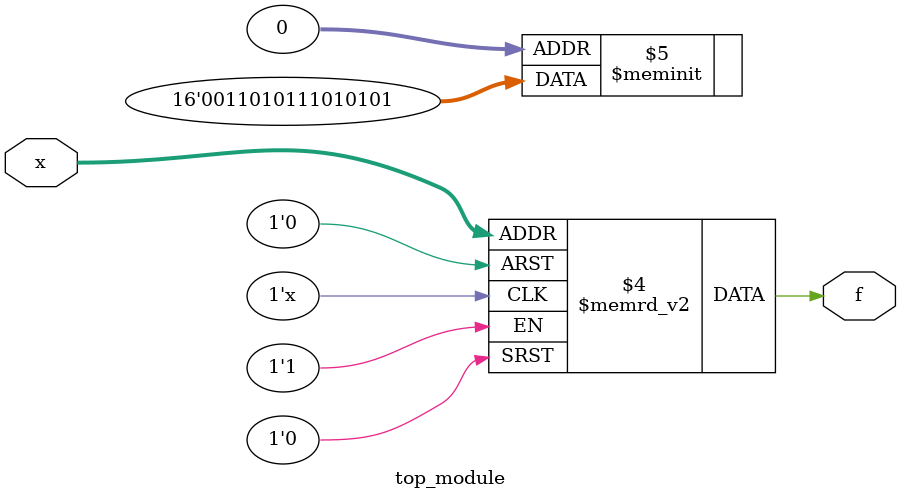
<source format=sv>
module top_module (
	input [4:1] x,
	output logic f
);

always_comb begin
    case(x)
        4'b0000: f = 1'b1;
        4'b0001: f = 1'b0;
        4'b0011: f = 1'b0;
        4'b0010: f = 1'b1;
        4'b0110: f = 1'b1;
        4'b0111: f = 1'b1;
        4'b0101: f = 1'b0;
        4'b0100: f = 1'b1;
        4'b1100: f = 1'b1;
        4'b1101: f = 1'b1;
        4'b1111: f = 1'b0;
        4'b1110: f = 1'b0;
        4'b1010: f = 1'b1;
        4'b1011: f = 1'b0;
        4'b1001: f = 1'b0;
        4'b1000: f = 1'b1;
    endcase
end

endmodule

</source>
